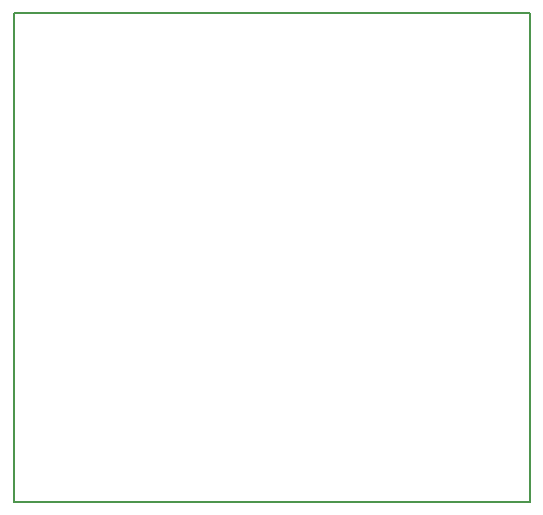
<source format=gko>
G04 #@! TF.FileFunction,Profile,NP*
%FSLAX46Y46*%
G04 Gerber Fmt 4.6, Leading zero omitted, Abs format (unit mm)*
G04 Created by KiCad (PCBNEW 4.0.6) date 05/17/17 20:45:08*
%MOMM*%
%LPD*%
G01*
G04 APERTURE LIST*
%ADD10C,0.101600*%
%ADD11C,0.150000*%
G04 APERTURE END LIST*
D10*
D11*
X40132000Y-75565000D02*
X40132000Y-34163000D01*
X83820000Y-75565000D02*
X40132000Y-75565000D01*
X83820000Y-34163000D02*
X40132000Y-34163000D01*
X83820000Y-75565000D02*
X83820000Y-34163000D01*
M02*

</source>
